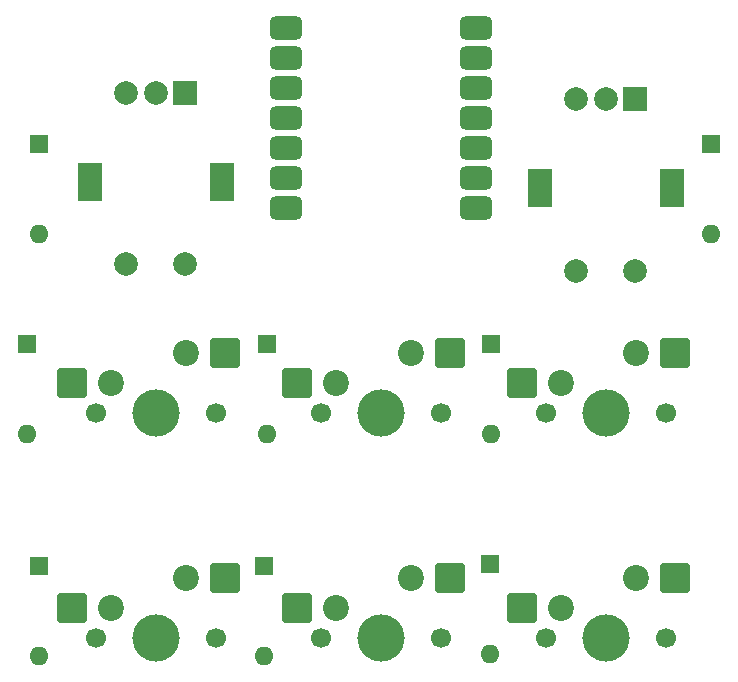
<source format=gbs>
%TF.GenerationSoftware,KiCad,Pcbnew,7.0.11*%
%TF.CreationDate,2024-02-27T10:57:45-05:00*%
%TF.ProjectId,MacropadPCB,4d616372-6f70-4616-9450-43422e6b6963,rev?*%
%TF.SameCoordinates,Original*%
%TF.FileFunction,Soldermask,Bot*%
%TF.FilePolarity,Negative*%
%FSLAX46Y46*%
G04 Gerber Fmt 4.6, Leading zero omitted, Abs format (unit mm)*
G04 Created by KiCad (PCBNEW 7.0.11) date 2024-02-27 10:57:45*
%MOMM*%
%LPD*%
G01*
G04 APERTURE LIST*
G04 Aperture macros list*
%AMRoundRect*
0 Rectangle with rounded corners*
0 $1 Rounding radius*
0 $2 $3 $4 $5 $6 $7 $8 $9 X,Y pos of 4 corners*
0 Add a 4 corners polygon primitive as box body*
4,1,4,$2,$3,$4,$5,$6,$7,$8,$9,$2,$3,0*
0 Add four circle primitives for the rounded corners*
1,1,$1+$1,$2,$3*
1,1,$1+$1,$4,$5*
1,1,$1+$1,$6,$7*
1,1,$1+$1,$8,$9*
0 Add four rect primitives between the rounded corners*
20,1,$1+$1,$2,$3,$4,$5,0*
20,1,$1+$1,$4,$5,$6,$7,0*
20,1,$1+$1,$6,$7,$8,$9,0*
20,1,$1+$1,$8,$9,$2,$3,0*%
G04 Aperture macros list end*
%ADD10C,4.000000*%
%ADD11RoundRect,0.250000X-1.025000X-1.000000X1.025000X-1.000000X1.025000X1.000000X-1.025000X1.000000X0*%
%ADD12C,1.700000*%
%ADD13C,2.200000*%
%ADD14R,1.600000X1.600000*%
%ADD15O,1.600000X1.600000*%
%ADD16R,2.000000X2.000000*%
%ADD17C,2.000000*%
%ADD18R,2.000000X3.200000*%
%ADD19RoundRect,0.500000X0.875000X0.500000X-0.875000X0.500000X-0.875000X-0.500000X0.875000X-0.500000X0*%
G04 APERTURE END LIST*
D10*
%TO.C,REF\u002A\u002A*%
X92710000Y-100330000D03*
D11*
X85625000Y-97790000D03*
X98552000Y-95250000D03*
%TD*%
D10*
%TO.C,REF\u002A\u002A*%
X111760000Y-100330000D03*
D11*
X104675000Y-97790000D03*
X117602000Y-95250000D03*
%TD*%
D10*
%TO.C,REF\u002A\u002A*%
X130810000Y-100330000D03*
D11*
X123725000Y-97790000D03*
X136652000Y-95250000D03*
%TD*%
D10*
%TO.C,REF\u002A\u002A*%
X130810000Y-81280000D03*
D11*
X123725000Y-78740000D03*
X136652000Y-76200000D03*
%TD*%
D10*
%TO.C,REF\u002A\u002A*%
X111760000Y-81280000D03*
D11*
X104675000Y-78740000D03*
X117602000Y-76200000D03*
%TD*%
D10*
%TO.C,REF\u002A\u002A*%
X92710000Y-81280000D03*
D11*
X85625000Y-78740000D03*
X98552000Y-76200000D03*
%TD*%
D12*
%TO.C,SW5*%
X106680000Y-100330000D03*
D10*
X111760000Y-100330000D03*
D12*
X116840000Y-100330000D03*
D13*
X114300000Y-95250000D03*
X107950000Y-97790000D03*
%TD*%
D12*
%TO.C,SW1*%
X106680000Y-81280000D03*
D10*
X111760000Y-81280000D03*
D12*
X116840000Y-81280000D03*
D13*
X114300000Y-76200000D03*
X107950000Y-78740000D03*
%TD*%
D14*
%TO.C,D2*%
X102108000Y-75438000D03*
D15*
X102108000Y-83058000D03*
%TD*%
D12*
%TO.C,SW3*%
X125730000Y-81280000D03*
D10*
X130810000Y-81280000D03*
D12*
X135890000Y-81280000D03*
D13*
X133350000Y-76200000D03*
X127000000Y-78740000D03*
%TD*%
D16*
%TO.C,SW10*%
X133300000Y-54700000D03*
D17*
X128300000Y-54700000D03*
X130800000Y-54700000D03*
D18*
X136400000Y-62200000D03*
X125200000Y-62200000D03*
D17*
X128300000Y-69200000D03*
X133300000Y-69200000D03*
%TD*%
D15*
%TO.C,D1*%
X81788000Y-83058000D03*
D14*
X81788000Y-75438000D03*
%TD*%
D12*
%TO.C,SW4*%
X87630000Y-100330000D03*
D10*
X92710000Y-100330000D03*
D12*
X97790000Y-100330000D03*
D13*
X95250000Y-95250000D03*
X88900000Y-97790000D03*
%TD*%
D16*
%TO.C,SW11*%
X95200000Y-54175000D03*
D17*
X90200000Y-54175000D03*
X92700000Y-54175000D03*
D18*
X98300000Y-61675000D03*
X87100000Y-61675000D03*
D17*
X90200000Y-68675000D03*
X95200000Y-68675000D03*
%TD*%
D14*
%TO.C,D10*%
X139700000Y-58440000D03*
D15*
X139700000Y-66060000D03*
%TD*%
D14*
%TO.C,D4*%
X82804000Y-94234000D03*
D15*
X82804000Y-101854000D03*
%TD*%
D14*
%TO.C,D11*%
X82804000Y-58440000D03*
D15*
X82804000Y-66060000D03*
%TD*%
D14*
%TO.C,D5*%
X101825000Y-94234000D03*
D15*
X101825000Y-101854000D03*
%TD*%
D14*
%TO.C,D3*%
X121050000Y-75438000D03*
D15*
X121050000Y-83058000D03*
%TD*%
D12*
%TO.C,SW2*%
X87630000Y-81280000D03*
D10*
X92710000Y-81280000D03*
D12*
X97790000Y-81280000D03*
D13*
X95250000Y-76200000D03*
X88900000Y-78740000D03*
%TD*%
D14*
%TO.C,D6*%
X120950000Y-94065000D03*
D15*
X120950000Y-101685000D03*
%TD*%
D12*
%TO.C,SW6*%
X125730000Y-100330000D03*
D10*
X130810000Y-100330000D03*
D12*
X135890000Y-100330000D03*
D13*
X133350000Y-95250000D03*
X127000000Y-97790000D03*
%TD*%
D19*
%TO.C,U1*%
X119842500Y-48625000D03*
X119842500Y-51165000D03*
X119842500Y-53705000D03*
X119842500Y-56245000D03*
X119842500Y-58785000D03*
X119842500Y-61325000D03*
X119842500Y-63865000D03*
X103677500Y-63865000D03*
X103677500Y-61325000D03*
X103677500Y-58785000D03*
X103677500Y-56245000D03*
X103677500Y-53705000D03*
X103677500Y-51165000D03*
X103677500Y-48625000D03*
%TD*%
M02*

</source>
